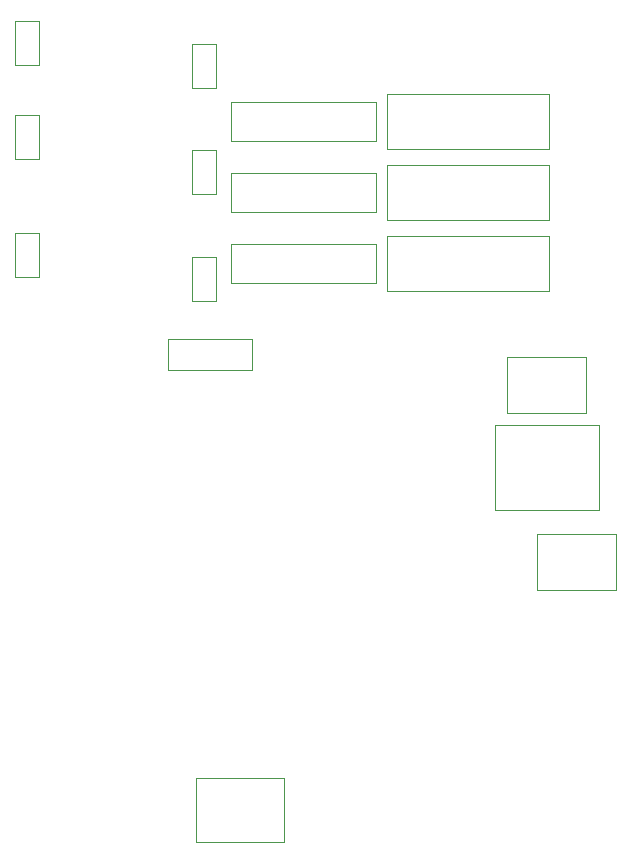
<source format=gbr>
G04 #@! TF.GenerationSoftware,KiCad,Pcbnew,5.0.0-rc2-unknown-bfa8903~65~ubuntu16.04.1*
G04 #@! TF.CreationDate,2018-06-03T14:39:05-05:00*
G04 #@! TF.ProjectId,omega-dock-new,6F6D6567612D646F636B2D6E65772E6B,rev?*
G04 #@! TF.SameCoordinates,Original*
G04 #@! TF.FileFunction,Other,User*
%FSLAX46Y46*%
G04 Gerber Fmt 4.6, Leading zero omitted, Abs format (unit mm)*
G04 Created by KiCad (PCBNEW 5.0.0-rc2-unknown-bfa8903~65~ubuntu16.04.1) date Sun Jun  3 14:39:05 2018*
%MOMM*%
%LPD*%
G01*
G04 APERTURE LIST*
%ADD10C,0.050000*%
G04 APERTURE END LIST*
D10*
G04 #@! TO.C,C13*
X146471244Y-86053214D02*
X146471244Y-81353214D01*
X146471244Y-81353214D02*
X160171244Y-81353214D01*
X160171244Y-81353214D02*
X160171244Y-86053214D01*
X160171244Y-86053214D02*
X146471244Y-86053214D01*
G04 #@! TO.C,C14*
X146471244Y-80053214D02*
X146471244Y-75353214D01*
X146471244Y-75353214D02*
X160171244Y-75353214D01*
X160171244Y-75353214D02*
X160171244Y-80053214D01*
X160171244Y-80053214D02*
X146471244Y-80053214D01*
G04 #@! TO.C,R10*
X115000000Y-84860000D02*
X117000000Y-84860000D01*
X117000000Y-84860000D02*
X117000000Y-81140000D01*
X117000000Y-81140000D02*
X115000000Y-81140000D01*
X115000000Y-81140000D02*
X115000000Y-84860000D01*
G04 #@! TO.C,R11*
X115000000Y-74860000D02*
X117000000Y-74860000D01*
X117000000Y-74860000D02*
X117000000Y-71140000D01*
X117000000Y-71140000D02*
X115000000Y-71140000D01*
X115000000Y-71140000D02*
X115000000Y-74860000D01*
G04 #@! TO.C,R12*
X115000000Y-63140000D02*
X115000000Y-66860000D01*
X117000000Y-63140000D02*
X115000000Y-63140000D01*
X117000000Y-66860000D02*
X117000000Y-63140000D01*
X115000000Y-66860000D02*
X117000000Y-66860000D01*
G04 #@! TO.C,RV1*
X135050000Y-90130000D02*
X135050000Y-92730000D01*
X135050000Y-92730000D02*
X127950000Y-92730000D01*
X127950000Y-92730000D02*
X127950000Y-90130000D01*
X127950000Y-90130000D02*
X135050000Y-90130000D01*
G04 #@! TO.C,C15*
X146471244Y-74053214D02*
X146471244Y-69353214D01*
X146471244Y-69353214D02*
X160171244Y-69353214D01*
X160171244Y-69353214D02*
X160171244Y-74053214D01*
X160171244Y-74053214D02*
X146471244Y-74053214D01*
G04 #@! TO.C,R16*
X145571244Y-85353214D02*
X133271244Y-85353214D01*
X145571244Y-82053214D02*
X145571244Y-85353214D01*
X133271244Y-82053214D02*
X145571244Y-82053214D01*
X133271244Y-85353214D02*
X133271244Y-82053214D01*
G04 #@! TO.C,R17*
X133271244Y-79353214D02*
X133271244Y-76053214D01*
X133271244Y-76053214D02*
X145571244Y-76053214D01*
X145571244Y-76053214D02*
X145571244Y-79353214D01*
X145571244Y-79353214D02*
X133271244Y-79353214D01*
G04 #@! TO.C,R18*
X133271244Y-73353214D02*
X133271244Y-70053214D01*
X133271244Y-70053214D02*
X145571244Y-70053214D01*
X145571244Y-70053214D02*
X145571244Y-73353214D01*
X145571244Y-73353214D02*
X133271244Y-73353214D01*
G04 #@! TO.C,R13*
X132000000Y-86860000D02*
X132000000Y-83140000D01*
X130000000Y-86860000D02*
X132000000Y-86860000D01*
X130000000Y-83140000D02*
X130000000Y-86860000D01*
X132000000Y-83140000D02*
X130000000Y-83140000D01*
G04 #@! TO.C,R14*
X132000000Y-74140000D02*
X130000000Y-74140000D01*
X130000000Y-74140000D02*
X130000000Y-77860000D01*
X130000000Y-77860000D02*
X132000000Y-77860000D01*
X132000000Y-77860000D02*
X132000000Y-74140000D01*
G04 #@! TO.C,R15*
X132000000Y-65140000D02*
X130000000Y-65140000D01*
X130000000Y-65140000D02*
X130000000Y-68860000D01*
X130000000Y-68860000D02*
X132000000Y-68860000D01*
X132000000Y-68860000D02*
X132000000Y-65140000D01*
G04 #@! TO.C,U3*
X155600000Y-97400000D02*
X164400000Y-97400000D01*
X155600000Y-104600000D02*
X155600000Y-97400000D01*
X164400000Y-104600000D02*
X155600000Y-104600000D01*
X164400000Y-97400000D02*
X164400000Y-104600000D01*
G04 #@! TO.C,C7*
X163350000Y-91610000D02*
X156650000Y-91610000D01*
X163350000Y-91610000D02*
X163350000Y-96380000D01*
X156650000Y-96380000D02*
X156650000Y-91610000D01*
X156650000Y-96380000D02*
X163350000Y-96380000D01*
G04 #@! TO.C,U12*
X137730000Y-127300000D02*
X137730000Y-132700000D01*
X130270000Y-127300000D02*
X130270000Y-132700000D01*
X137730000Y-127300000D02*
X130270000Y-127300000D01*
X137730000Y-132700000D02*
X130270000Y-132700000D01*
G04 #@! TO.C,C9*
X159150000Y-111390000D02*
X165850000Y-111390000D01*
X159150000Y-111390000D02*
X159150000Y-106620000D01*
X165850000Y-106620000D02*
X165850000Y-111390000D01*
X165850000Y-106620000D02*
X159150000Y-106620000D01*
G04 #@! TD*
M02*

</source>
